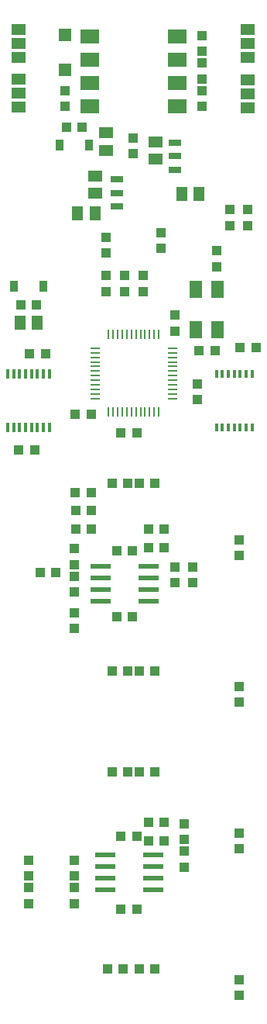
<source format=gbr>
G04 EAGLE Gerber RS-274X export*
G75*
%MOMM*%
%FSLAX34Y34*%
%LPD*%
%INSolderpaste Bottom*%
%IPPOS*%
%AMOC8*
5,1,8,0,0,1.08239X$1,22.5*%
G01*
%ADD10R,1.000000X0.200000*%
%ADD11R,0.200000X1.000000*%
%ADD12R,0.350000X0.900000*%
%ADD13R,0.304800X0.990600*%
%ADD14R,1.100000X1.000000*%
%ADD15R,1.400000X0.800000*%
%ADD16R,1.050000X1.080000*%
%ADD17R,1.500000X1.300000*%
%ADD18R,1.300000X1.500000*%
%ADD19R,0.910000X1.220000*%
%ADD20R,1.000000X1.100000*%
%ADD21R,1.080000X1.050000*%
%ADD22R,1.400000X1.900000*%
%ADD23R,2.200000X0.600000*%
%ADD24R,2.000000X1.600000*%
%ADD25R,1.400000X1.400000*%
%ADD26R,1.600200X1.168400*%


D10*
X187500Y717500D03*
X187500Y712500D03*
X187500Y707500D03*
X187500Y702500D03*
X187500Y697500D03*
X187500Y692500D03*
X187500Y687500D03*
X187500Y682500D03*
X187500Y677500D03*
X187500Y672500D03*
X187500Y667500D03*
X187500Y662500D03*
D11*
X172500Y647500D03*
X167500Y647500D03*
X162500Y647500D03*
X157500Y647500D03*
X152500Y647500D03*
X147500Y647500D03*
X142500Y647500D03*
X137500Y647500D03*
X132500Y647500D03*
X127500Y647500D03*
X122500Y647500D03*
X117500Y647500D03*
D10*
X102500Y662500D03*
X102500Y667500D03*
X102500Y672500D03*
X102500Y677500D03*
X102500Y682500D03*
X102500Y687500D03*
X102500Y692500D03*
X102500Y697500D03*
X102500Y702500D03*
X102500Y707500D03*
X102500Y712500D03*
X102500Y717500D03*
D11*
X117500Y732500D03*
X122500Y732500D03*
X127500Y732500D03*
X132500Y732500D03*
X137500Y732500D03*
X142500Y732500D03*
X147500Y732500D03*
X152500Y732500D03*
X157500Y732500D03*
X162500Y732500D03*
X167500Y732500D03*
X172500Y732500D03*
D12*
X274500Y630750D03*
X268000Y630750D03*
X261500Y630750D03*
X255000Y630750D03*
X248500Y630750D03*
X242000Y630750D03*
X235500Y630750D03*
X235500Y689250D03*
X242000Y689250D03*
X248500Y689250D03*
X255000Y689250D03*
X261500Y689250D03*
X268000Y689250D03*
X274500Y689250D03*
D13*
X52750Y630822D03*
X46250Y630822D03*
X39750Y630822D03*
X33250Y630822D03*
X26750Y630822D03*
X20250Y630822D03*
X13750Y630822D03*
X7250Y630822D03*
X7250Y689178D03*
X13750Y689178D03*
X20250Y689178D03*
X26750Y689178D03*
X33250Y689178D03*
X39750Y689178D03*
X46250Y689178D03*
X52750Y689178D03*
D14*
X260000Y508500D03*
X260000Y491500D03*
X260000Y348500D03*
X260000Y331500D03*
X260000Y188500D03*
X260000Y171500D03*
X260000Y28500D03*
X260000Y11500D03*
D15*
X126200Y887000D03*
X126200Y902000D03*
X126200Y872000D03*
X190200Y927000D03*
X190200Y942000D03*
X190200Y912000D03*
D16*
X278750Y718000D03*
X261250Y718000D03*
D17*
X103000Y905500D03*
X103000Y886500D03*
D18*
X102500Y865000D03*
X83500Y865000D03*
X197500Y886000D03*
X216500Y886000D03*
D17*
X169000Y942500D03*
X169000Y923500D03*
D18*
X20500Y745000D03*
X39500Y745000D03*
D17*
X115000Y952500D03*
X115000Y933500D03*
D19*
X63750Y939000D03*
X96250Y939000D03*
X46250Y785000D03*
X13750Y785000D03*
D20*
X71500Y959000D03*
X88500Y959000D03*
X21500Y765000D03*
X38500Y765000D03*
D14*
X144000Y946500D03*
X144000Y929500D03*
D21*
X250000Y851250D03*
X250000Y868750D03*
D22*
X237000Y782000D03*
X237000Y738000D03*
X213000Y738000D03*
X213000Y782000D03*
D16*
X216250Y715000D03*
X233750Y715000D03*
D21*
X236000Y806250D03*
X236000Y823750D03*
D23*
X161000Y466350D03*
X109000Y466350D03*
X161000Y479050D03*
X161000Y453650D03*
X161000Y440950D03*
X109000Y479050D03*
X109000Y453650D03*
X109000Y440950D03*
X166000Y151350D03*
X114000Y151350D03*
X166000Y164050D03*
X166000Y138650D03*
X166000Y125950D03*
X114000Y164050D03*
X114000Y138650D03*
X114000Y125950D03*
D20*
X178500Y500000D03*
X161500Y500000D03*
X178500Y520000D03*
X161500Y520000D03*
D14*
X210000Y478500D03*
X210000Y461500D03*
D21*
X190000Y478750D03*
X190000Y461250D03*
D14*
X80000Y428500D03*
X80000Y411500D03*
D20*
X59500Y473000D03*
X42500Y473000D03*
D14*
X80000Y498500D03*
X80000Y481500D03*
D21*
X80000Y468750D03*
X80000Y451250D03*
D20*
X178500Y180000D03*
X161500Y180000D03*
X178500Y200000D03*
X161500Y200000D03*
D14*
X200000Y198500D03*
X200000Y181500D03*
D21*
X200000Y168750D03*
X200000Y151250D03*
D14*
X80000Y128500D03*
X80000Y111500D03*
X30000Y128500D03*
X30000Y111500D03*
X30000Y158500D03*
X30000Y141500D03*
D21*
X80000Y158750D03*
X80000Y141250D03*
D16*
X148750Y625000D03*
X131250Y625000D03*
D21*
X215000Y661250D03*
X215000Y678750D03*
X190000Y736250D03*
X190000Y753750D03*
D16*
X98750Y645000D03*
X81250Y645000D03*
D14*
X270000Y851500D03*
X270000Y868500D03*
D16*
X126250Y496000D03*
X143750Y496000D03*
X126250Y424000D03*
X143750Y424000D03*
X131250Y185000D03*
X148750Y185000D03*
X131250Y105000D03*
X148750Y105000D03*
X81250Y560000D03*
X98750Y560000D03*
X36750Y606000D03*
X19250Y606000D03*
X31250Y711000D03*
X48750Y711000D03*
D20*
X98500Y540000D03*
X81500Y540000D03*
X81500Y520000D03*
X98500Y520000D03*
X121500Y570000D03*
X138500Y570000D03*
X168500Y570000D03*
X151500Y570000D03*
X121500Y365000D03*
X138500Y365000D03*
X168500Y365000D03*
X151500Y365000D03*
X121500Y255000D03*
X138500Y255000D03*
X168500Y255000D03*
X151500Y255000D03*
X116500Y40000D03*
X133500Y40000D03*
X168500Y40000D03*
X151500Y40000D03*
D14*
X115000Y796500D03*
X115000Y779500D03*
X155000Y796500D03*
X155000Y779500D03*
X135000Y779500D03*
X135000Y796500D03*
D21*
X115000Y838750D03*
X115000Y821250D03*
X175000Y826250D03*
X175000Y843750D03*
D24*
X97300Y981900D03*
X97300Y1007300D03*
X97300Y1032700D03*
X97300Y1058100D03*
X192700Y1058100D03*
X192700Y1032700D03*
X192700Y1007300D03*
X192700Y981900D03*
D14*
X70000Y981500D03*
X70000Y998500D03*
D25*
X70000Y1021000D03*
X70000Y1059000D03*
D14*
X220000Y998500D03*
X220000Y981500D03*
D26*
X19000Y1034760D03*
X19000Y1050000D03*
X19000Y1065240D03*
X19000Y980760D03*
X19000Y996000D03*
X19000Y1011240D03*
X270000Y1034760D03*
X270000Y1050000D03*
X270000Y1065240D03*
X270000Y979760D03*
X270000Y995000D03*
X270000Y1010240D03*
D14*
X220000Y1011500D03*
X220000Y1028500D03*
X220000Y1058500D03*
X220000Y1041500D03*
M02*

</source>
